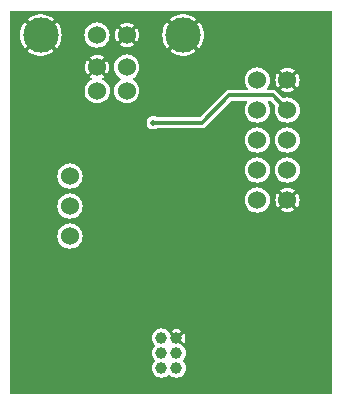
<source format=gbl>
%TF.GenerationSoftware,KiCad,Pcbnew,7.0.8*%
%TF.CreationDate,2023-12-28T22:14:51-05:00*%
%TF.ProjectId,petit-jtag,70657469-742d-46a7-9461-672e6b696361,1.0*%
%TF.SameCoordinates,PX8aadb58PY71d9820*%
%TF.FileFunction,Copper,L2,Bot*%
%TF.FilePolarity,Positive*%
%FSLAX46Y46*%
G04 Gerber Fmt 4.6, Leading zero omitted, Abs format (unit mm)*
G04 Created by KiCad (PCBNEW 7.0.8) date 2023-12-28 22:14:51*
%MOMM*%
%LPD*%
G01*
G04 APERTURE LIST*
%TA.AperFunction,ComponentPad*%
%ADD10C,1.000000*%
%TD*%
%TA.AperFunction,ComponentPad*%
%ADD11C,1.524000*%
%TD*%
%TA.AperFunction,ComponentPad*%
%ADD12C,3.000000*%
%TD*%
%TA.AperFunction,ViaPad*%
%ADD13C,0.508000*%
%TD*%
%TA.AperFunction,Conductor*%
%ADD14C,0.304800*%
%TD*%
G04 APERTURE END LIST*
D10*
%TO.P,CON101,1,TDO*%
%TO.N,/TDO*%
X13462000Y5334000D03*
%TO.P,CON101,2,GND*%
%TO.N,GND*%
X14732000Y5334000D03*
%TO.P,CON101,3,TCK*%
%TO.N,/TCK*%
X13462000Y4064000D03*
%TO.P,CON101,4,Vcc*%
%TO.N,VCC*%
X14732000Y4064000D03*
%TO.P,CON101,5,TDI*%
%TO.N,/TDI*%
X13462000Y2794000D03*
%TO.P,CON101,6,TMS*%
%TO.N,/TMS*%
X14732000Y2794000D03*
%TD*%
D11*
%TO.P,CON102,1,+5V*%
%TO.N,+5V*%
X8021000Y26270000D03*
%TO.P,CON102,2,D-*%
%TO.N,unconnected-(CON102-D--Pad2)*%
X10521000Y26270000D03*
%TO.P,CON102,3,D+*%
%TO.N,unconnected-(CON102-D+-Pad3)*%
X10521000Y28270000D03*
%TO.P,CON102,4,GND*%
%TO.N,GND*%
X8021000Y28270000D03*
D12*
%TO.P,CON102,5,CASE*%
X3251000Y30980000D03*
X15291000Y30980000D03*
%TD*%
D11*
%TO.P,CON104,1,1*%
%TO.N,+3V3*%
X5715000Y13970000D03*
%TO.P,CON104,2,2*%
%TO.N,VCC*%
X5715000Y16510000D03*
%TO.P,CON104,3,3*%
%TO.N,+5V*%
X5715000Y19050000D03*
%TD*%
%TO.P,CON103,1,TCK*%
%TO.N,/TCK*%
X21590000Y27178000D03*
%TO.P,CON103,2,GND*%
%TO.N,GND*%
X24130000Y27178000D03*
%TO.P,CON103,3,TDO*%
%TO.N,/TDO*%
X21590000Y24638000D03*
%TO.P,CON103,4,Vcc*%
%TO.N,+3V3*%
X24130000Y24638000D03*
%TO.P,CON103,5,TMS*%
%TO.N,/TMS*%
X21590000Y22098000D03*
%TO.P,CON103,6,NC*%
%TO.N,unconnected-(CON103-NC-Pad6)*%
X24130000Y22098000D03*
%TO.P,CON103,7,NC*%
%TO.N,unconnected-(CON103-NC-Pad7)*%
X21590000Y19558000D03*
%TO.P,CON103,8,NC*%
%TO.N,unconnected-(CON103-NC-Pad8)*%
X24130000Y19558000D03*
%TO.P,CON103,9,TDI*%
%TO.N,/TDI*%
X21590000Y17018000D03*
%TO.P,CON103,10,GND*%
%TO.N,GND*%
X24130000Y17018000D03*
%TD*%
%TO.P,CON105,1,1*%
%TO.N,+5V*%
X8001000Y30988000D03*
%TO.P,CON105,2,2*%
%TO.N,GND*%
X10541000Y30988000D03*
%TD*%
D13*
%TO.N,GND*%
X8509000Y1981200D03*
X10795000Y3454400D03*
X16408400Y19583400D03*
%TO.N,+3V3*%
X12763500Y23558500D03*
%TD*%
D14*
%TO.N,+3V3*%
X24130000Y24638000D02*
X22885400Y25882600D01*
X22885400Y25882600D02*
X19202400Y25882600D01*
X19202400Y25882600D02*
X16878300Y23558500D01*
X16878300Y23558500D02*
X12763500Y23558500D01*
%TD*%
%TA.AperFunction,Conductor*%
%TO.N,GND*%
G36*
X27908101Y32998935D02*
G01*
X27938165Y32946864D01*
X27939500Y32931600D01*
X27939500Y723400D01*
X27918935Y666899D01*
X27866864Y636835D01*
X27851600Y635500D01*
X723400Y635500D01*
X666899Y656065D01*
X636835Y708136D01*
X635500Y723400D01*
X635500Y2793997D01*
X12651604Y2793997D01*
X12671920Y2613676D01*
X12671922Y2613666D01*
X12731855Y2442389D01*
X12731857Y2442384D01*
X12826999Y2290966D01*
X12828407Y2288726D01*
X12956726Y2160407D01*
X13110382Y2063858D01*
X13110388Y2063856D01*
X13281665Y2003923D01*
X13281675Y2003921D01*
X13461997Y1983604D01*
X13462000Y1983604D01*
X13462003Y1983604D01*
X13642324Y2003921D01*
X13642327Y2003922D01*
X13642330Y2003922D01*
X13642331Y2003923D01*
X13642334Y2003923D01*
X13722955Y2032134D01*
X13813618Y2063858D01*
X13967274Y2160407D01*
X14034846Y2227980D01*
X14089339Y2253390D01*
X14147417Y2237827D01*
X14159148Y2227985D01*
X14226726Y2160407D01*
X14380382Y2063858D01*
X14380388Y2063856D01*
X14551665Y2003923D01*
X14551675Y2003921D01*
X14731997Y1983604D01*
X14732000Y1983604D01*
X14732003Y1983604D01*
X14912324Y2003921D01*
X14912327Y2003922D01*
X14912330Y2003922D01*
X14912331Y2003923D01*
X14912334Y2003923D01*
X14992955Y2032134D01*
X15083618Y2063858D01*
X15237274Y2160407D01*
X15365593Y2288726D01*
X15462142Y2442382D01*
X15522078Y2613670D01*
X15542396Y2794000D01*
X15522078Y2974330D01*
X15522077Y2974335D01*
X15462144Y3145612D01*
X15462142Y3145617D01*
X15462142Y3145618D01*
X15365593Y3299274D01*
X15298020Y3366847D01*
X15272610Y3421339D01*
X15288173Y3479417D01*
X15298015Y3491149D01*
X15365593Y3558726D01*
X15462142Y3712382D01*
X15522078Y3883670D01*
X15542396Y4064000D01*
X15522078Y4244330D01*
X15522077Y4244335D01*
X15462144Y4415612D01*
X15462142Y4415617D01*
X15462142Y4415618D01*
X15365593Y4569274D01*
X15237274Y4697593D01*
X15083618Y4794142D01*
X15083617Y4794143D01*
X15083616Y4794143D01*
X15083614Y4794144D01*
X15060582Y4802203D01*
X15027459Y4823015D01*
X14829326Y5021148D01*
X14844871Y5023888D01*
X14944129Y5081195D01*
X15017801Y5168993D01*
X15043079Y5238448D01*
X15362036Y4919491D01*
X15415629Y5004784D01*
X15415630Y5004786D01*
X15471746Y5165157D01*
X15471748Y5165163D01*
X15490771Y5333998D01*
X15490771Y5334003D01*
X15471748Y5502838D01*
X15471746Y5502844D01*
X15415630Y5663215D01*
X15415627Y5663221D01*
X15362036Y5748512D01*
X15043079Y5429555D01*
X15017801Y5499007D01*
X14944129Y5586805D01*
X14844871Y5644112D01*
X14829324Y5646854D01*
X15146509Y5964038D01*
X15061220Y6017628D01*
X15061214Y6017631D01*
X14900843Y6073747D01*
X14900837Y6073749D01*
X14732002Y6092771D01*
X14731998Y6092771D01*
X14563162Y6073749D01*
X14563156Y6073747D01*
X14402784Y6017631D01*
X14317489Y5964038D01*
X14634674Y5646853D01*
X14619129Y5644112D01*
X14519871Y5586805D01*
X14446199Y5499007D01*
X14420920Y5429554D01*
X14221014Y5629460D01*
X14200203Y5662581D01*
X14192142Y5685618D01*
X14095593Y5839274D01*
X13967274Y5967593D01*
X13813618Y6064142D01*
X13813617Y6064143D01*
X13813616Y6064143D01*
X13813611Y6064145D01*
X13642334Y6124078D01*
X13642324Y6124080D01*
X13462003Y6144396D01*
X13461997Y6144396D01*
X13281675Y6124080D01*
X13281665Y6124078D01*
X13110388Y6064145D01*
X13110383Y6064143D01*
X12956728Y5967595D01*
X12828405Y5839272D01*
X12731857Y5685617D01*
X12731855Y5685612D01*
X12671922Y5514335D01*
X12671920Y5514325D01*
X12651604Y5334004D01*
X12651604Y5333997D01*
X12671920Y5153676D01*
X12671922Y5153666D01*
X12731855Y4982389D01*
X12731857Y4982384D01*
X12828406Y4828727D01*
X12828408Y4828725D01*
X12895978Y4761154D01*
X12921389Y4706660D01*
X12905826Y4648582D01*
X12895978Y4636846D01*
X12828406Y4569274D01*
X12731857Y4415617D01*
X12731855Y4415612D01*
X12671922Y4244335D01*
X12671920Y4244325D01*
X12651604Y4064004D01*
X12651604Y4063997D01*
X12671920Y3883676D01*
X12671922Y3883666D01*
X12731855Y3712389D01*
X12731857Y3712384D01*
X12828406Y3558727D01*
X12828408Y3558725D01*
X12895978Y3491154D01*
X12921389Y3436660D01*
X12905826Y3378582D01*
X12895978Y3366846D01*
X12828406Y3299274D01*
X12731857Y3145617D01*
X12731855Y3145612D01*
X12671922Y2974335D01*
X12671920Y2974325D01*
X12651604Y2794004D01*
X12651604Y2793997D01*
X635500Y2793997D01*
X635500Y13970000D01*
X4642536Y13970000D01*
X4663144Y13760767D01*
X4724170Y13559591D01*
X4724170Y13559590D01*
X4724171Y13559587D01*
X4724172Y13559586D01*
X4823279Y13374171D01*
X4956653Y13211653D01*
X5119171Y13078279D01*
X5304586Y12979172D01*
X5505773Y12918143D01*
X5715000Y12897536D01*
X5924227Y12918143D01*
X6125414Y12979172D01*
X6310829Y13078279D01*
X6473347Y13211653D01*
X6606721Y13374171D01*
X6705828Y13559586D01*
X6766857Y13760773D01*
X6787464Y13970000D01*
X6766857Y14179227D01*
X6705828Y14380414D01*
X6606721Y14565829D01*
X6473347Y14728347D01*
X6310829Y14861721D01*
X6125414Y14960828D01*
X6125413Y14960829D01*
X6125410Y14960830D01*
X5924233Y15021856D01*
X5924228Y15021857D01*
X5924227Y15021857D01*
X5715000Y15042464D01*
X5505773Y15021857D01*
X5505771Y15021857D01*
X5505766Y15021856D01*
X5304590Y14960830D01*
X5304589Y14960830D01*
X5119170Y14861721D01*
X4956655Y14728349D01*
X4956651Y14728345D01*
X4823279Y14565830D01*
X4724170Y14380411D01*
X4724170Y14380410D01*
X4663144Y14179234D01*
X4642536Y13970000D01*
X635500Y13970000D01*
X635500Y16510000D01*
X4642536Y16510000D01*
X4651186Y16422171D01*
X4663144Y16300767D01*
X4724170Y16099591D01*
X4724170Y16099590D01*
X4724171Y16099587D01*
X4724172Y16099586D01*
X4823279Y15914171D01*
X4956653Y15751653D01*
X5119171Y15618279D01*
X5304586Y15519172D01*
X5505773Y15458143D01*
X5715000Y15437536D01*
X5924227Y15458143D01*
X6125414Y15519172D01*
X6310829Y15618279D01*
X6473347Y15751653D01*
X6606721Y15914171D01*
X6705828Y16099586D01*
X6766857Y16300773D01*
X6787464Y16510000D01*
X6766857Y16719227D01*
X6705828Y16920414D01*
X6653667Y17018000D01*
X20517536Y17018000D01*
X20537153Y16818823D01*
X20538144Y16808767D01*
X20599170Y16607591D01*
X20599170Y16607590D01*
X20599171Y16607587D01*
X20599172Y16607586D01*
X20698279Y16422171D01*
X20831653Y16259653D01*
X20994171Y16126279D01*
X21179586Y16027172D01*
X21380773Y15966143D01*
X21590000Y15945536D01*
X21799227Y15966143D01*
X22000414Y16027172D01*
X22185829Y16126279D01*
X22348347Y16259653D01*
X22481721Y16422171D01*
X22580828Y16607586D01*
X22641857Y16808773D01*
X22662464Y17018000D01*
X23109084Y17018000D01*
X23128702Y16818823D01*
X23186796Y16627314D01*
X23281139Y16450809D01*
X23310952Y16414481D01*
X23678066Y16781596D01*
X23742131Y16681910D01*
X23852530Y16586248D01*
X23894573Y16567048D01*
X23526479Y16198954D01*
X23562808Y16169140D01*
X23739313Y16074797D01*
X23930822Y16016703D01*
X24130000Y15997085D01*
X24329177Y16016703D01*
X24520686Y16074797D01*
X24697194Y16169142D01*
X24733519Y16198954D01*
X24365426Y16567048D01*
X24407470Y16586248D01*
X24517869Y16681910D01*
X24581932Y16781595D01*
X24949046Y16414481D01*
X24978858Y16450806D01*
X25073203Y16627314D01*
X25131297Y16818823D01*
X25150915Y17018000D01*
X25131297Y17217178D01*
X25073203Y17408687D01*
X24978860Y17585192D01*
X24949046Y17621521D01*
X24581931Y17254407D01*
X24517869Y17354090D01*
X24407470Y17449752D01*
X24365424Y17468954D01*
X24733519Y17837048D01*
X24697191Y17866861D01*
X24520686Y17961204D01*
X24329177Y18019298D01*
X24130000Y18038916D01*
X23930822Y18019298D01*
X23739313Y17961204D01*
X23739309Y17961203D01*
X23562813Y17866865D01*
X23526479Y17837048D01*
X23894574Y17468953D01*
X23852530Y17449752D01*
X23742131Y17354090D01*
X23678067Y17254406D01*
X23310952Y17621521D01*
X23281135Y17585187D01*
X23186797Y17408691D01*
X23186796Y17408687D01*
X23128702Y17217178D01*
X23109084Y17018000D01*
X22662464Y17018000D01*
X22641857Y17227227D01*
X22629383Y17268347D01*
X22580829Y17428410D01*
X22580829Y17428411D01*
X22580828Y17428412D01*
X22580828Y17428414D01*
X22481721Y17613829D01*
X22348347Y17776347D01*
X22185829Y17909721D01*
X22000414Y18008828D01*
X22000413Y18008829D01*
X22000410Y18008830D01*
X21799233Y18069856D01*
X21799228Y18069857D01*
X21799227Y18069857D01*
X21590000Y18090464D01*
X21380773Y18069857D01*
X21380771Y18069857D01*
X21380766Y18069856D01*
X21179590Y18008830D01*
X21179589Y18008830D01*
X20994170Y17909721D01*
X20831655Y17776349D01*
X20831651Y17776345D01*
X20698279Y17613830D01*
X20599170Y17428411D01*
X20599170Y17428410D01*
X20538144Y17227234D01*
X20538143Y17227229D01*
X20538143Y17227227D01*
X20517536Y17018000D01*
X6653667Y17018000D01*
X6606721Y17105829D01*
X6473347Y17268347D01*
X6310829Y17401721D01*
X6125414Y17500828D01*
X6125413Y17500829D01*
X6125410Y17500830D01*
X5924233Y17561856D01*
X5924228Y17561857D01*
X5924227Y17561857D01*
X5715000Y17582464D01*
X5505773Y17561857D01*
X5505771Y17561857D01*
X5505766Y17561856D01*
X5304590Y17500830D01*
X5304589Y17500830D01*
X5119170Y17401721D01*
X4956655Y17268349D01*
X4956651Y17268345D01*
X4823279Y17105830D01*
X4724170Y16920411D01*
X4724170Y16920410D01*
X4663144Y16719234D01*
X4663143Y16719229D01*
X4663143Y16719227D01*
X4642536Y16510000D01*
X635500Y16510000D01*
X635500Y19050000D01*
X4642536Y19050000D01*
X4651186Y18962171D01*
X4663144Y18840767D01*
X4724170Y18639591D01*
X4724170Y18639590D01*
X4724171Y18639587D01*
X4724172Y18639586D01*
X4823279Y18454171D01*
X4956653Y18291653D01*
X5119171Y18158279D01*
X5304586Y18059172D01*
X5304588Y18059172D01*
X5304589Y18059171D01*
X5436033Y18019298D01*
X5505773Y17998143D01*
X5715000Y17977536D01*
X5924227Y17998143D01*
X6125414Y18059172D01*
X6310829Y18158279D01*
X6473347Y18291653D01*
X6606721Y18454171D01*
X6705828Y18639586D01*
X6766857Y18840773D01*
X6787464Y19050000D01*
X6766857Y19259227D01*
X6705828Y19460414D01*
X6653667Y19558000D01*
X20517536Y19558000D01*
X20527147Y19460414D01*
X20538144Y19348767D01*
X20599170Y19147591D01*
X20599170Y19147590D01*
X20599171Y19147587D01*
X20599172Y19147586D01*
X20698279Y18962171D01*
X20831653Y18799653D01*
X20994171Y18666279D01*
X21179586Y18567172D01*
X21380773Y18506143D01*
X21590000Y18485536D01*
X21799227Y18506143D01*
X22000414Y18567172D01*
X22185829Y18666279D01*
X22348347Y18799653D01*
X22481721Y18962171D01*
X22580828Y19147586D01*
X22641857Y19348773D01*
X22662464Y19558000D01*
X23057536Y19558000D01*
X23067147Y19460414D01*
X23078144Y19348767D01*
X23139170Y19147591D01*
X23139170Y19147590D01*
X23139171Y19147587D01*
X23139172Y19147586D01*
X23238279Y18962171D01*
X23371653Y18799653D01*
X23534171Y18666279D01*
X23719586Y18567172D01*
X23920773Y18506143D01*
X24130000Y18485536D01*
X24339227Y18506143D01*
X24540414Y18567172D01*
X24725829Y18666279D01*
X24888347Y18799653D01*
X25021721Y18962171D01*
X25120828Y19147586D01*
X25181857Y19348773D01*
X25202464Y19558000D01*
X25181857Y19767227D01*
X25169383Y19808347D01*
X25120829Y19968410D01*
X25120829Y19968411D01*
X25120828Y19968412D01*
X25120828Y19968414D01*
X25021721Y20153829D01*
X24888347Y20316347D01*
X24725829Y20449721D01*
X24540414Y20548828D01*
X24540413Y20548829D01*
X24540410Y20548830D01*
X24339233Y20609856D01*
X24339228Y20609857D01*
X24339227Y20609857D01*
X24130000Y20630464D01*
X23920773Y20609857D01*
X23920771Y20609857D01*
X23920766Y20609856D01*
X23719590Y20548830D01*
X23719589Y20548830D01*
X23534170Y20449721D01*
X23371655Y20316349D01*
X23371651Y20316345D01*
X23238279Y20153830D01*
X23139170Y19968411D01*
X23139170Y19968410D01*
X23078144Y19767234D01*
X23078143Y19767229D01*
X23078143Y19767227D01*
X23057536Y19558000D01*
X22662464Y19558000D01*
X22641857Y19767227D01*
X22629383Y19808347D01*
X22580829Y19968410D01*
X22580829Y19968411D01*
X22580828Y19968412D01*
X22580828Y19968414D01*
X22481721Y20153829D01*
X22348347Y20316347D01*
X22185829Y20449721D01*
X22000414Y20548828D01*
X22000413Y20548829D01*
X22000410Y20548830D01*
X21799233Y20609856D01*
X21799228Y20609857D01*
X21799227Y20609857D01*
X21590000Y20630464D01*
X21380773Y20609857D01*
X21380771Y20609857D01*
X21380766Y20609856D01*
X21179590Y20548830D01*
X21179589Y20548830D01*
X20994170Y20449721D01*
X20831655Y20316349D01*
X20831651Y20316345D01*
X20698279Y20153830D01*
X20599170Y19968411D01*
X20599170Y19968410D01*
X20538144Y19767234D01*
X20538143Y19767229D01*
X20538143Y19767227D01*
X20517536Y19558000D01*
X6653667Y19558000D01*
X6606721Y19645829D01*
X6473347Y19808347D01*
X6310829Y19941721D01*
X6125414Y20040828D01*
X6125413Y20040829D01*
X6125410Y20040830D01*
X5924233Y20101856D01*
X5924228Y20101857D01*
X5924227Y20101857D01*
X5715000Y20122464D01*
X5505773Y20101857D01*
X5505771Y20101857D01*
X5505766Y20101856D01*
X5304590Y20040830D01*
X5304589Y20040830D01*
X5119170Y19941721D01*
X4956655Y19808349D01*
X4956651Y19808345D01*
X4823279Y19645830D01*
X4724170Y19460411D01*
X4724170Y19460410D01*
X4663144Y19259234D01*
X4663143Y19259229D01*
X4663143Y19259227D01*
X4642536Y19050000D01*
X635500Y19050000D01*
X635500Y22098000D01*
X20517536Y22098000D01*
X20538144Y21888767D01*
X20599170Y21687591D01*
X20599170Y21687590D01*
X20599171Y21687587D01*
X20599172Y21687586D01*
X20698279Y21502171D01*
X20831653Y21339653D01*
X20994171Y21206279D01*
X21179586Y21107172D01*
X21380773Y21046143D01*
X21590000Y21025536D01*
X21799227Y21046143D01*
X22000414Y21107172D01*
X22185829Y21206279D01*
X22348347Y21339653D01*
X22481721Y21502171D01*
X22580828Y21687586D01*
X22641857Y21888773D01*
X22662464Y22098000D01*
X23057536Y22098000D01*
X23078144Y21888767D01*
X23139170Y21687591D01*
X23139170Y21687590D01*
X23139171Y21687587D01*
X23139172Y21687586D01*
X23238279Y21502171D01*
X23371653Y21339653D01*
X23534171Y21206279D01*
X23719586Y21107172D01*
X23920773Y21046143D01*
X24130000Y21025536D01*
X24339227Y21046143D01*
X24540414Y21107172D01*
X24725829Y21206279D01*
X24888347Y21339653D01*
X25021721Y21502171D01*
X25120828Y21687586D01*
X25181857Y21888773D01*
X25202464Y22098000D01*
X25181857Y22307227D01*
X25120828Y22508414D01*
X25021721Y22693829D01*
X24888347Y22856347D01*
X24725829Y22989721D01*
X24540414Y23088828D01*
X24540413Y23088829D01*
X24540410Y23088830D01*
X24339233Y23149856D01*
X24339228Y23149857D01*
X24339227Y23149857D01*
X24130000Y23170464D01*
X23920773Y23149857D01*
X23920771Y23149857D01*
X23920766Y23149856D01*
X23719590Y23088830D01*
X23719589Y23088830D01*
X23534170Y22989721D01*
X23371655Y22856349D01*
X23371651Y22856345D01*
X23238279Y22693830D01*
X23139170Y22508411D01*
X23139170Y22508410D01*
X23078144Y22307234D01*
X23057536Y22098000D01*
X22662464Y22098000D01*
X22641857Y22307227D01*
X22580828Y22508414D01*
X22481721Y22693829D01*
X22348347Y22856347D01*
X22185829Y22989721D01*
X22000414Y23088828D01*
X22000413Y23088829D01*
X22000410Y23088830D01*
X21799233Y23149856D01*
X21799228Y23149857D01*
X21799227Y23149857D01*
X21590000Y23170464D01*
X21380773Y23149857D01*
X21380771Y23149857D01*
X21380766Y23149856D01*
X21179590Y23088830D01*
X21179589Y23088830D01*
X20994170Y22989721D01*
X20831655Y22856349D01*
X20831651Y22856345D01*
X20698279Y22693830D01*
X20599170Y22508411D01*
X20599170Y22508410D01*
X20538144Y22307234D01*
X20517536Y22098000D01*
X635500Y22098000D01*
X635500Y23558500D01*
X12199374Y23558500D01*
X12218596Y23412493D01*
X12274953Y23276437D01*
X12274957Y23276430D01*
X12364597Y23159610D01*
X12364599Y23159608D01*
X12364603Y23159603D01*
X12364607Y23159600D01*
X12364609Y23159598D01*
X12481429Y23069958D01*
X12481434Y23069955D01*
X12481437Y23069953D01*
X12617493Y23013596D01*
X12763500Y22994374D01*
X12909507Y23013596D01*
X13045563Y23069953D01*
X13062093Y23082638D01*
X13115602Y23100800D01*
X16850123Y23100800D01*
X16855048Y23100523D01*
X16895606Y23095953D01*
X16895606Y23095954D01*
X16895607Y23095953D01*
X16954986Y23107189D01*
X17014733Y23116194D01*
X17014738Y23116197D01*
X17021030Y23118137D01*
X17021104Y23117897D01*
X17025039Y23119192D01*
X17024956Y23119429D01*
X17031168Y23121604D01*
X17031176Y23121605D01*
X17084599Y23149840D01*
X17139044Y23176059D01*
X17139046Y23176062D01*
X17144487Y23179770D01*
X17144628Y23179563D01*
X17148006Y23181960D01*
X17147858Y23182161D01*
X17153160Y23186075D01*
X17153159Y23186075D01*
X17153162Y23186076D01*
X17195894Y23228809D01*
X17240186Y23269905D01*
X17240187Y23269906D01*
X17244295Y23275057D01*
X17244489Y23274903D01*
X17252730Y23285646D01*
X19366240Y25399155D01*
X19420734Y25424566D01*
X19428395Y25424900D01*
X20669238Y25424900D01*
X20725739Y25404335D01*
X20755803Y25352264D01*
X20745362Y25293050D01*
X20737189Y25281242D01*
X20735491Y25279172D01*
X20698279Y25233830D01*
X20599170Y25048411D01*
X20599170Y25048410D01*
X20538144Y24847234D01*
X20517536Y24638000D01*
X20538144Y24428767D01*
X20599170Y24227591D01*
X20599170Y24227590D01*
X20599171Y24227587D01*
X20599172Y24227586D01*
X20698279Y24042171D01*
X20831653Y23879653D01*
X20994171Y23746279D01*
X21179586Y23647172D01*
X21380773Y23586143D01*
X21590000Y23565536D01*
X21799227Y23586143D01*
X22000414Y23647172D01*
X22185829Y23746279D01*
X22348347Y23879653D01*
X22481721Y24042171D01*
X22580828Y24227586D01*
X22641857Y24428773D01*
X22662464Y24638000D01*
X22641857Y24847227D01*
X22580828Y25048414D01*
X22481721Y25233829D01*
X22442813Y25281239D01*
X22422867Y25337959D01*
X22444047Y25394232D01*
X22496444Y25423726D01*
X22510762Y25424900D01*
X22659404Y25424900D01*
X22715905Y25404335D01*
X22721559Y25399155D01*
X23086354Y25034361D01*
X23111765Y24979867D01*
X23108314Y24946690D01*
X23078145Y24847236D01*
X23078143Y24847229D01*
X23057536Y24638000D01*
X23078144Y24428767D01*
X23139170Y24227591D01*
X23139170Y24227590D01*
X23139171Y24227587D01*
X23139172Y24227586D01*
X23238279Y24042171D01*
X23371653Y23879653D01*
X23534171Y23746279D01*
X23719586Y23647172D01*
X23920773Y23586143D01*
X24130000Y23565536D01*
X24339227Y23586143D01*
X24540414Y23647172D01*
X24725829Y23746279D01*
X24888347Y23879653D01*
X25021721Y24042171D01*
X25120828Y24227586D01*
X25181857Y24428773D01*
X25202464Y24638000D01*
X25181857Y24847227D01*
X25120828Y25048414D01*
X25021721Y25233829D01*
X24888347Y25396347D01*
X24725829Y25529721D01*
X24540414Y25628828D01*
X24540413Y25628829D01*
X24540410Y25628830D01*
X24339233Y25689856D01*
X24339228Y25689857D01*
X24339227Y25689857D01*
X24130000Y25710464D01*
X23920771Y25689857D01*
X23920764Y25689855D01*
X23821310Y25659686D01*
X23761272Y25662964D01*
X23733639Y25681646D01*
X23228963Y26186322D01*
X23225688Y26189987D01*
X23200232Y26221908D01*
X23150294Y26255955D01*
X23131264Y26270000D01*
X23101683Y26291832D01*
X23095861Y26294909D01*
X23095975Y26295126D01*
X23092268Y26296998D01*
X23092162Y26296775D01*
X23086230Y26299632D01*
X23028485Y26317444D01*
X22971452Y26337401D01*
X22964983Y26338625D01*
X22965028Y26338866D01*
X22960935Y26339562D01*
X22960899Y26339319D01*
X22954390Y26340300D01*
X22954387Y26340300D01*
X22893963Y26340300D01*
X22833575Y26342560D01*
X22833574Y26342560D01*
X22833568Y26342560D01*
X22827028Y26341823D01*
X22827000Y26342069D01*
X22813567Y26340300D01*
X22469072Y26340300D01*
X22412571Y26360865D01*
X22382507Y26412936D01*
X22392948Y26472150D01*
X22401124Y26483963D01*
X22481721Y26582171D01*
X22580828Y26767586D01*
X22641857Y26968773D01*
X22662464Y27178000D01*
X23109084Y27178000D01*
X23128702Y26978823D01*
X23186796Y26787314D01*
X23281139Y26610809D01*
X23310952Y26574481D01*
X23678066Y26941596D01*
X23742131Y26841910D01*
X23852530Y26746248D01*
X23894573Y26727048D01*
X23526479Y26358954D01*
X23562808Y26329140D01*
X23739313Y26234797D01*
X23930822Y26176703D01*
X24130000Y26157085D01*
X24329177Y26176703D01*
X24520686Y26234797D01*
X24697194Y26329142D01*
X24733519Y26358954D01*
X24365426Y26727048D01*
X24407470Y26746248D01*
X24517869Y26841910D01*
X24581932Y26941595D01*
X24949046Y26574481D01*
X24978858Y26610806D01*
X25073203Y26787314D01*
X25131297Y26978823D01*
X25150915Y27178000D01*
X25131297Y27377178D01*
X25073203Y27568687D01*
X24978860Y27745192D01*
X24949046Y27781521D01*
X24581931Y27414407D01*
X24517869Y27514090D01*
X24407470Y27609752D01*
X24365424Y27628954D01*
X24733519Y27997048D01*
X24697191Y28026861D01*
X24520686Y28121204D01*
X24329177Y28179298D01*
X24130000Y28198916D01*
X23930822Y28179298D01*
X23739313Y28121204D01*
X23739309Y28121203D01*
X23562813Y28026865D01*
X23526479Y27997048D01*
X23894574Y27628953D01*
X23852530Y27609752D01*
X23742131Y27514090D01*
X23678067Y27414406D01*
X23310952Y27781521D01*
X23281135Y27745187D01*
X23186797Y27568691D01*
X23186796Y27568687D01*
X23128702Y27377178D01*
X23109084Y27178000D01*
X22662464Y27178000D01*
X22641857Y27387227D01*
X22580828Y27588414D01*
X22481721Y27773829D01*
X22348347Y27936347D01*
X22185829Y28069721D01*
X22000414Y28168828D01*
X22000413Y28168829D01*
X22000410Y28168830D01*
X21799233Y28229856D01*
X21799228Y28229857D01*
X21799227Y28229857D01*
X21590000Y28250464D01*
X21380773Y28229857D01*
X21380771Y28229857D01*
X21380766Y28229856D01*
X21179590Y28168830D01*
X21179589Y28168830D01*
X20994170Y28069721D01*
X20831655Y27936349D01*
X20831651Y27936345D01*
X20698279Y27773830D01*
X20599170Y27588411D01*
X20599170Y27588410D01*
X20538144Y27387234D01*
X20538143Y27387229D01*
X20538143Y27387227D01*
X20517536Y27178000D01*
X20537153Y26978823D01*
X20538144Y26968767D01*
X20599170Y26767591D01*
X20599170Y26767590D01*
X20599171Y26767587D01*
X20599172Y26767586D01*
X20643013Y26685565D01*
X20698279Y26582171D01*
X20778876Y26483963D01*
X20798823Y26427241D01*
X20777643Y26370968D01*
X20725246Y26341474D01*
X20710928Y26340300D01*
X19230577Y26340300D01*
X19225652Y26340577D01*
X19185095Y26345147D01*
X19185094Y26345147D01*
X19185093Y26345147D01*
X19125713Y26333912D01*
X19065964Y26324906D01*
X19059674Y26322965D01*
X19059601Y26323200D01*
X19055655Y26321902D01*
X19055737Y26321669D01*
X19049525Y26319496D01*
X18996105Y26291263D01*
X18941653Y26265041D01*
X18936216Y26261333D01*
X18936078Y26261535D01*
X18932691Y26259132D01*
X18932837Y26258934D01*
X18927536Y26255022D01*
X18884819Y26212305D01*
X18840514Y26171195D01*
X18836404Y26166042D01*
X18836211Y26166196D01*
X18827967Y26155454D01*
X16714460Y24041945D01*
X16659966Y24016534D01*
X16652305Y24016200D01*
X13115602Y24016200D01*
X13062093Y24034363D01*
X13052212Y24041945D01*
X13045563Y24047047D01*
X12909507Y24103404D01*
X12763500Y24122626D01*
X12617492Y24103404D01*
X12481436Y24047047D01*
X12481429Y24047043D01*
X12364609Y23957403D01*
X12364597Y23957391D01*
X12274957Y23840571D01*
X12274953Y23840564D01*
X12218596Y23704508D01*
X12199374Y23558501D01*
X12199374Y23558500D01*
X635500Y23558500D01*
X635500Y26270000D01*
X6948536Y26270000D01*
X6958267Y26171195D01*
X6969144Y26060767D01*
X7030170Y25859591D01*
X7030170Y25859590D01*
X7030171Y25859587D01*
X7030172Y25859586D01*
X7129279Y25674171D01*
X7262653Y25511653D01*
X7425171Y25378279D01*
X7610586Y25279172D01*
X7610588Y25279172D01*
X7610589Y25279171D01*
X7760062Y25233829D01*
X7811773Y25218143D01*
X8021000Y25197536D01*
X8230227Y25218143D01*
X8431414Y25279172D01*
X8616829Y25378279D01*
X8779347Y25511653D01*
X8912721Y25674171D01*
X9011828Y25859586D01*
X9072857Y26060773D01*
X9093464Y26270000D01*
X9448536Y26270000D01*
X9458267Y26171195D01*
X9469144Y26060767D01*
X9530170Y25859591D01*
X9530170Y25859590D01*
X9530171Y25859587D01*
X9530172Y25859586D01*
X9629279Y25674171D01*
X9762653Y25511653D01*
X9925171Y25378279D01*
X10110586Y25279172D01*
X10110588Y25279172D01*
X10110589Y25279171D01*
X10260062Y25233829D01*
X10311773Y25218143D01*
X10521000Y25197536D01*
X10730227Y25218143D01*
X10931414Y25279172D01*
X11116829Y25378279D01*
X11279347Y25511653D01*
X11412721Y25674171D01*
X11511828Y25859586D01*
X11572857Y26060773D01*
X11593464Y26270000D01*
X11572857Y26479227D01*
X11511828Y26680414D01*
X11412721Y26865829D01*
X11279347Y27028347D01*
X11116829Y27161721D01*
X11059282Y27192481D01*
X11019149Y27237250D01*
X11017182Y27297345D01*
X11054303Y27344645D01*
X11059269Y27347513D01*
X11116829Y27378279D01*
X11279347Y27511653D01*
X11412721Y27674171D01*
X11511828Y27859586D01*
X11572857Y28060773D01*
X11593464Y28270000D01*
X11572857Y28479227D01*
X11511828Y28680414D01*
X11412721Y28865829D01*
X11279347Y29028347D01*
X11116829Y29161721D01*
X10931414Y29260828D01*
X10931413Y29260829D01*
X10931410Y29260830D01*
X10730233Y29321856D01*
X10730228Y29321857D01*
X10730227Y29321857D01*
X10521000Y29342464D01*
X10311773Y29321857D01*
X10311771Y29321857D01*
X10311766Y29321856D01*
X10110590Y29260830D01*
X10110589Y29260830D01*
X9925170Y29161721D01*
X9762655Y29028349D01*
X9762651Y29028345D01*
X9629279Y28865830D01*
X9530170Y28680411D01*
X9530170Y28680410D01*
X9469144Y28479234D01*
X9469143Y28479229D01*
X9469143Y28479227D01*
X9448536Y28270000D01*
X9468153Y28070823D01*
X9469144Y28060767D01*
X9530170Y27859591D01*
X9530170Y27859590D01*
X9530171Y27859587D01*
X9530172Y27859586D01*
X9629279Y27674171D01*
X9762653Y27511653D01*
X9925171Y27378279D01*
X9982715Y27347521D01*
X10022850Y27302749D01*
X10024817Y27242654D01*
X9987696Y27195355D01*
X9982715Y27192479D01*
X9925170Y27161721D01*
X9762655Y27028349D01*
X9762651Y27028345D01*
X9629279Y26865830D01*
X9530170Y26680411D01*
X9530170Y26680410D01*
X9469144Y26479234D01*
X9469143Y26479229D01*
X9469143Y26479227D01*
X9448536Y26270000D01*
X9093464Y26270000D01*
X9072857Y26479227D01*
X9011828Y26680414D01*
X8912721Y26865829D01*
X8779347Y27028347D01*
X8616829Y27161721D01*
X8504870Y27221565D01*
X8464737Y27266334D01*
X8462770Y27326429D01*
X8499891Y27373729D01*
X8504872Y27376605D01*
X8588194Y27421142D01*
X8624519Y27450954D01*
X8256426Y27819048D01*
X8298470Y27838248D01*
X8408869Y27933910D01*
X8472932Y28033595D01*
X8840046Y27666481D01*
X8869858Y27702806D01*
X8964203Y27879314D01*
X9022297Y28070823D01*
X9041915Y28270000D01*
X9022297Y28469178D01*
X8964203Y28660687D01*
X8869860Y28837192D01*
X8840046Y28873521D01*
X8472931Y28506407D01*
X8408869Y28606090D01*
X8298470Y28701752D01*
X8256424Y28720954D01*
X8624519Y29089048D01*
X8588191Y29118861D01*
X8411686Y29213204D01*
X8220177Y29271298D01*
X8021000Y29290916D01*
X7821822Y29271298D01*
X7630313Y29213204D01*
X7630309Y29213203D01*
X7453813Y29118865D01*
X7417479Y29089048D01*
X7785574Y28720953D01*
X7743530Y28701752D01*
X7633131Y28606090D01*
X7569067Y28506406D01*
X7201952Y28873521D01*
X7172135Y28837187D01*
X7077797Y28660691D01*
X7077796Y28660687D01*
X7019702Y28469178D01*
X7000084Y28270000D01*
X7019702Y28070823D01*
X7077796Y27879314D01*
X7172139Y27702809D01*
X7201952Y27666481D01*
X7569066Y28033596D01*
X7633131Y27933910D01*
X7743530Y27838248D01*
X7785573Y27819048D01*
X7417479Y27450954D01*
X7453808Y27421140D01*
X7537127Y27376605D01*
X7577262Y27331834D01*
X7579229Y27271739D01*
X7542108Y27224439D01*
X7537127Y27221563D01*
X7425170Y27161721D01*
X7262655Y27028349D01*
X7262651Y27028345D01*
X7129279Y26865830D01*
X7030170Y26680411D01*
X7030170Y26680410D01*
X6969144Y26479234D01*
X6969143Y26479229D01*
X6969143Y26479227D01*
X6948536Y26270000D01*
X635500Y26270000D01*
X635500Y30979998D01*
X1492082Y30979998D01*
X1511727Y30717850D01*
X1511729Y30717842D01*
X1570225Y30461554D01*
X1570227Y30461549D01*
X1666269Y30216835D01*
X1666270Y30216834D01*
X1797716Y29989164D01*
X1907264Y29851794D01*
X2323558Y30268088D01*
X2462782Y30115366D01*
X2542039Y30055514D01*
X2121663Y29635137D01*
X2154327Y29604828D01*
X2154333Y29604823D01*
X2371535Y29456736D01*
X2371545Y29456730D01*
X2608391Y29342671D01*
X2859608Y29265182D01*
X3119553Y29226001D01*
X3119561Y29226000D01*
X3382439Y29226000D01*
X3382446Y29226001D01*
X3642391Y29265182D01*
X3893608Y29342671D01*
X4130454Y29456730D01*
X4130464Y29456736D01*
X4347669Y29604825D01*
X4380335Y29635137D01*
X3959959Y30055513D01*
X4039218Y30115366D01*
X4178441Y30268087D01*
X4594734Y29851794D01*
X4704283Y29989164D01*
X4835729Y30216834D01*
X4835730Y30216835D01*
X4931772Y30461549D01*
X4931774Y30461554D01*
X4990270Y30717842D01*
X4990272Y30717850D01*
X5009918Y30979998D01*
X5009918Y30980003D01*
X5009319Y30988000D01*
X6928536Y30988000D01*
X6948153Y30788823D01*
X6949144Y30778767D01*
X7010170Y30577591D01*
X7010170Y30577590D01*
X7010171Y30577587D01*
X7010172Y30577586D01*
X7109279Y30392171D01*
X7242653Y30229653D01*
X7405171Y30096279D01*
X7590586Y29997172D01*
X7590588Y29997172D01*
X7590589Y29997171D01*
X7629874Y29985254D01*
X7791773Y29936143D01*
X8001000Y29915536D01*
X8210227Y29936143D01*
X8411414Y29997172D01*
X8596829Y30096279D01*
X8759347Y30229653D01*
X8892721Y30392171D01*
X8991828Y30577586D01*
X9052857Y30778773D01*
X9073464Y30988000D01*
X9520084Y30988000D01*
X9539702Y30788823D01*
X9597796Y30597314D01*
X9692139Y30420809D01*
X9721952Y30384481D01*
X10089066Y30751596D01*
X10153131Y30651910D01*
X10263530Y30556248D01*
X10305573Y30537048D01*
X9937479Y30168954D01*
X9973808Y30139140D01*
X10150313Y30044797D01*
X10341822Y29986703D01*
X10541000Y29967085D01*
X10740177Y29986703D01*
X10931686Y30044797D01*
X11108194Y30139142D01*
X11144519Y30168954D01*
X10776426Y30537048D01*
X10818470Y30556248D01*
X10928869Y30651910D01*
X10992932Y30751595D01*
X11360046Y30384481D01*
X11389858Y30420806D01*
X11484203Y30597314D01*
X11542297Y30788823D01*
X11561127Y30979998D01*
X13532082Y30979998D01*
X13551727Y30717850D01*
X13551729Y30717842D01*
X13610225Y30461554D01*
X13610227Y30461549D01*
X13706269Y30216835D01*
X13706270Y30216834D01*
X13837716Y29989164D01*
X13947264Y29851794D01*
X14363558Y30268088D01*
X14502782Y30115366D01*
X14582039Y30055514D01*
X14161663Y29635137D01*
X14194327Y29604828D01*
X14194333Y29604823D01*
X14411535Y29456736D01*
X14411545Y29456730D01*
X14648391Y29342671D01*
X14899608Y29265182D01*
X15159553Y29226001D01*
X15159561Y29226000D01*
X15422439Y29226000D01*
X15422446Y29226001D01*
X15682391Y29265182D01*
X15933608Y29342671D01*
X16170454Y29456730D01*
X16170464Y29456736D01*
X16387669Y29604825D01*
X16420335Y29635137D01*
X15999959Y30055513D01*
X16079218Y30115366D01*
X16218441Y30268087D01*
X16634734Y29851794D01*
X16744283Y29989164D01*
X16875729Y30216834D01*
X16875730Y30216835D01*
X16971772Y30461549D01*
X16971774Y30461554D01*
X17030270Y30717842D01*
X17030272Y30717850D01*
X17049918Y30979998D01*
X17049918Y30980003D01*
X17030272Y31242151D01*
X17030270Y31242159D01*
X16971774Y31498447D01*
X16971772Y31498452D01*
X16875730Y31743166D01*
X16875729Y31743167D01*
X16744283Y31970837D01*
X16634733Y32108208D01*
X16218439Y31691915D01*
X16079218Y31844634D01*
X15999958Y31904488D01*
X16420335Y32324865D01*
X16387672Y32355173D01*
X16387666Y32355178D01*
X16170464Y32503265D01*
X16170454Y32503271D01*
X15933608Y32617330D01*
X15682391Y32694819D01*
X15422446Y32734000D01*
X15159553Y32734000D01*
X14899608Y32694819D01*
X14648391Y32617330D01*
X14411545Y32503271D01*
X14411535Y32503265D01*
X14194334Y32355179D01*
X14194328Y32355174D01*
X14161663Y32324865D01*
X14582040Y31904488D01*
X14502782Y31844634D01*
X14363558Y31691914D01*
X13947264Y32108208D01*
X13947263Y32108208D01*
X13837721Y31970844D01*
X13837716Y31970837D01*
X13706270Y31743167D01*
X13706269Y31743166D01*
X13610227Y31498452D01*
X13610225Y31498447D01*
X13551729Y31242159D01*
X13551727Y31242151D01*
X13532082Y30980003D01*
X13532082Y30979998D01*
X11561127Y30979998D01*
X11561915Y30988000D01*
X11542297Y31187178D01*
X11484203Y31378687D01*
X11389860Y31555192D01*
X11360046Y31591521D01*
X10992931Y31224407D01*
X10928869Y31324090D01*
X10818470Y31419752D01*
X10776424Y31438954D01*
X11144519Y31807048D01*
X11108191Y31836861D01*
X10931686Y31931204D01*
X10740177Y31989298D01*
X10541000Y32008916D01*
X10341822Y31989298D01*
X10150313Y31931204D01*
X10150309Y31931203D01*
X9973813Y31836865D01*
X9937479Y31807048D01*
X10305574Y31438953D01*
X10263530Y31419752D01*
X10153131Y31324090D01*
X10089067Y31224406D01*
X9721952Y31591521D01*
X9692135Y31555187D01*
X9597797Y31378691D01*
X9597796Y31378687D01*
X9539702Y31187178D01*
X9520084Y30988000D01*
X9073464Y30988000D01*
X9052857Y31197227D01*
X8991828Y31398414D01*
X8892721Y31583829D01*
X8759347Y31746347D01*
X8596829Y31879721D01*
X8411414Y31978828D01*
X8411413Y31978829D01*
X8411410Y31978830D01*
X8210233Y32039856D01*
X8210228Y32039857D01*
X8210227Y32039857D01*
X8001000Y32060464D01*
X7791773Y32039857D01*
X7791771Y32039857D01*
X7791766Y32039856D01*
X7590590Y31978830D01*
X7590589Y31978830D01*
X7405170Y31879721D01*
X7242655Y31746349D01*
X7242651Y31746345D01*
X7109279Y31583830D01*
X7010170Y31398411D01*
X7010170Y31398410D01*
X6949144Y31197234D01*
X6949143Y31197229D01*
X6949143Y31197227D01*
X6928536Y30988000D01*
X5009319Y30988000D01*
X4990272Y31242151D01*
X4990270Y31242159D01*
X4931774Y31498447D01*
X4931772Y31498452D01*
X4835730Y31743166D01*
X4835729Y31743167D01*
X4704283Y31970837D01*
X4594733Y32108208D01*
X4178439Y31691915D01*
X4039218Y31844634D01*
X3959958Y31904488D01*
X4380335Y32324865D01*
X4347672Y32355173D01*
X4347666Y32355178D01*
X4130464Y32503265D01*
X4130454Y32503271D01*
X3893608Y32617330D01*
X3642391Y32694819D01*
X3382446Y32734000D01*
X3119553Y32734000D01*
X2859608Y32694819D01*
X2608391Y32617330D01*
X2371545Y32503271D01*
X2371535Y32503265D01*
X2154334Y32355179D01*
X2154328Y32355174D01*
X2121663Y32324865D01*
X2542040Y31904488D01*
X2462782Y31844634D01*
X2323558Y31691914D01*
X1907264Y32108208D01*
X1907263Y32108208D01*
X1797721Y31970844D01*
X1797716Y31970837D01*
X1666270Y31743167D01*
X1666269Y31743166D01*
X1570227Y31498452D01*
X1570225Y31498447D01*
X1511729Y31242159D01*
X1511727Y31242151D01*
X1492082Y30980003D01*
X1492082Y30979998D01*
X635500Y30979998D01*
X635500Y32931600D01*
X656065Y32988101D01*
X708136Y33018165D01*
X723400Y33019500D01*
X27851600Y33019500D01*
X27908101Y32998935D01*
G37*
%TD.AperFunction*%
%TD*%
M02*

</source>
